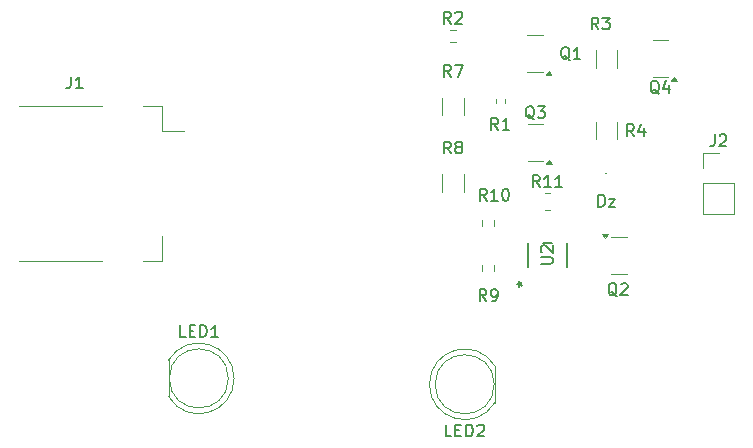
<source format=gbr>
%TF.GenerationSoftware,KiCad,Pcbnew,9.0.3*%
%TF.CreationDate,2025-07-28T01:45:31+03:00*%
%TF.ProjectId,Charger USB,43686172-6765-4722-9055-53422e6b6963,rev?*%
%TF.SameCoordinates,Original*%
%TF.FileFunction,Legend,Top*%
%TF.FilePolarity,Positive*%
%FSLAX46Y46*%
G04 Gerber Fmt 4.6, Leading zero omitted, Abs format (unit mm)*
G04 Created by KiCad (PCBNEW 9.0.3) date 2025-07-28 01:45:31*
%MOMM*%
%LPD*%
G01*
G04 APERTURE LIST*
%ADD10C,0.150000*%
%ADD11C,0.120000*%
%ADD12C,0.100000*%
%ADD13C,0.152400*%
G04 APERTURE END LIST*
D10*
X131967261Y-84400057D02*
X131872023Y-84352438D01*
X131872023Y-84352438D02*
X131776785Y-84257200D01*
X131776785Y-84257200D02*
X131633928Y-84114342D01*
X131633928Y-84114342D02*
X131538690Y-84066723D01*
X131538690Y-84066723D02*
X131443452Y-84066723D01*
X131491071Y-84304819D02*
X131395833Y-84257200D01*
X131395833Y-84257200D02*
X131300595Y-84161961D01*
X131300595Y-84161961D02*
X131252976Y-83971485D01*
X131252976Y-83971485D02*
X131252976Y-83638152D01*
X131252976Y-83638152D02*
X131300595Y-83447676D01*
X131300595Y-83447676D02*
X131395833Y-83352438D01*
X131395833Y-83352438D02*
X131491071Y-83304819D01*
X131491071Y-83304819D02*
X131681547Y-83304819D01*
X131681547Y-83304819D02*
X131776785Y-83352438D01*
X131776785Y-83352438D02*
X131872023Y-83447676D01*
X131872023Y-83447676D02*
X131919642Y-83638152D01*
X131919642Y-83638152D02*
X131919642Y-83971485D01*
X131919642Y-83971485D02*
X131872023Y-84161961D01*
X131872023Y-84161961D02*
X131776785Y-84257200D01*
X131776785Y-84257200D02*
X131681547Y-84304819D01*
X131681547Y-84304819D02*
X131491071Y-84304819D01*
X132776785Y-83638152D02*
X132776785Y-84304819D01*
X132538690Y-83257200D02*
X132300595Y-83971485D01*
X132300595Y-83971485D02*
X132919642Y-83971485D01*
X117333333Y-101954819D02*
X117000000Y-101478628D01*
X116761905Y-101954819D02*
X116761905Y-100954819D01*
X116761905Y-100954819D02*
X117142857Y-100954819D01*
X117142857Y-100954819D02*
X117238095Y-101002438D01*
X117238095Y-101002438D02*
X117285714Y-101050057D01*
X117285714Y-101050057D02*
X117333333Y-101145295D01*
X117333333Y-101145295D02*
X117333333Y-101288152D01*
X117333333Y-101288152D02*
X117285714Y-101383390D01*
X117285714Y-101383390D02*
X117238095Y-101431009D01*
X117238095Y-101431009D02*
X117142857Y-101478628D01*
X117142857Y-101478628D02*
X116761905Y-101478628D01*
X117809524Y-101954819D02*
X118000000Y-101954819D01*
X118000000Y-101954819D02*
X118095238Y-101907200D01*
X118095238Y-101907200D02*
X118142857Y-101859580D01*
X118142857Y-101859580D02*
X118238095Y-101716723D01*
X118238095Y-101716723D02*
X118285714Y-101526247D01*
X118285714Y-101526247D02*
X118285714Y-101145295D01*
X118285714Y-101145295D02*
X118238095Y-101050057D01*
X118238095Y-101050057D02*
X118190476Y-101002438D01*
X118190476Y-101002438D02*
X118095238Y-100954819D01*
X118095238Y-100954819D02*
X117904762Y-100954819D01*
X117904762Y-100954819D02*
X117809524Y-101002438D01*
X117809524Y-101002438D02*
X117761905Y-101050057D01*
X117761905Y-101050057D02*
X117714286Y-101145295D01*
X117714286Y-101145295D02*
X117714286Y-101383390D01*
X117714286Y-101383390D02*
X117761905Y-101478628D01*
X117761905Y-101478628D02*
X117809524Y-101526247D01*
X117809524Y-101526247D02*
X117904762Y-101573866D01*
X117904762Y-101573866D02*
X118095238Y-101573866D01*
X118095238Y-101573866D02*
X118190476Y-101526247D01*
X118190476Y-101526247D02*
X118238095Y-101478628D01*
X118238095Y-101478628D02*
X118285714Y-101383390D01*
X114333333Y-82954819D02*
X114000000Y-82478628D01*
X113761905Y-82954819D02*
X113761905Y-81954819D01*
X113761905Y-81954819D02*
X114142857Y-81954819D01*
X114142857Y-81954819D02*
X114238095Y-82002438D01*
X114238095Y-82002438D02*
X114285714Y-82050057D01*
X114285714Y-82050057D02*
X114333333Y-82145295D01*
X114333333Y-82145295D02*
X114333333Y-82288152D01*
X114333333Y-82288152D02*
X114285714Y-82383390D01*
X114285714Y-82383390D02*
X114238095Y-82431009D01*
X114238095Y-82431009D02*
X114142857Y-82478628D01*
X114142857Y-82478628D02*
X113761905Y-82478628D01*
X114666667Y-81954819D02*
X115333333Y-81954819D01*
X115333333Y-81954819D02*
X114904762Y-82954819D01*
X121857142Y-92304819D02*
X121523809Y-91828628D01*
X121285714Y-92304819D02*
X121285714Y-91304819D01*
X121285714Y-91304819D02*
X121666666Y-91304819D01*
X121666666Y-91304819D02*
X121761904Y-91352438D01*
X121761904Y-91352438D02*
X121809523Y-91400057D01*
X121809523Y-91400057D02*
X121857142Y-91495295D01*
X121857142Y-91495295D02*
X121857142Y-91638152D01*
X121857142Y-91638152D02*
X121809523Y-91733390D01*
X121809523Y-91733390D02*
X121761904Y-91781009D01*
X121761904Y-91781009D02*
X121666666Y-91828628D01*
X121666666Y-91828628D02*
X121285714Y-91828628D01*
X122809523Y-92304819D02*
X122238095Y-92304819D01*
X122523809Y-92304819D02*
X122523809Y-91304819D01*
X122523809Y-91304819D02*
X122428571Y-91447676D01*
X122428571Y-91447676D02*
X122333333Y-91542914D01*
X122333333Y-91542914D02*
X122238095Y-91590533D01*
X123761904Y-92304819D02*
X123190476Y-92304819D01*
X123476190Y-92304819D02*
X123476190Y-91304819D01*
X123476190Y-91304819D02*
X123380952Y-91447676D01*
X123380952Y-91447676D02*
X123285714Y-91542914D01*
X123285714Y-91542914D02*
X123190476Y-91590533D01*
X114333333Y-89454819D02*
X114000000Y-88978628D01*
X113761905Y-89454819D02*
X113761905Y-88454819D01*
X113761905Y-88454819D02*
X114142857Y-88454819D01*
X114142857Y-88454819D02*
X114238095Y-88502438D01*
X114238095Y-88502438D02*
X114285714Y-88550057D01*
X114285714Y-88550057D02*
X114333333Y-88645295D01*
X114333333Y-88645295D02*
X114333333Y-88788152D01*
X114333333Y-88788152D02*
X114285714Y-88883390D01*
X114285714Y-88883390D02*
X114238095Y-88931009D01*
X114238095Y-88931009D02*
X114142857Y-88978628D01*
X114142857Y-88978628D02*
X113761905Y-88978628D01*
X114904762Y-88883390D02*
X114809524Y-88835771D01*
X114809524Y-88835771D02*
X114761905Y-88788152D01*
X114761905Y-88788152D02*
X114714286Y-88692914D01*
X114714286Y-88692914D02*
X114714286Y-88645295D01*
X114714286Y-88645295D02*
X114761905Y-88550057D01*
X114761905Y-88550057D02*
X114809524Y-88502438D01*
X114809524Y-88502438D02*
X114904762Y-88454819D01*
X114904762Y-88454819D02*
X115095238Y-88454819D01*
X115095238Y-88454819D02*
X115190476Y-88502438D01*
X115190476Y-88502438D02*
X115238095Y-88550057D01*
X115238095Y-88550057D02*
X115285714Y-88645295D01*
X115285714Y-88645295D02*
X115285714Y-88692914D01*
X115285714Y-88692914D02*
X115238095Y-88788152D01*
X115238095Y-88788152D02*
X115190476Y-88835771D01*
X115190476Y-88835771D02*
X115095238Y-88883390D01*
X115095238Y-88883390D02*
X114904762Y-88883390D01*
X114904762Y-88883390D02*
X114809524Y-88931009D01*
X114809524Y-88931009D02*
X114761905Y-88978628D01*
X114761905Y-88978628D02*
X114714286Y-89073866D01*
X114714286Y-89073866D02*
X114714286Y-89264342D01*
X114714286Y-89264342D02*
X114761905Y-89359580D01*
X114761905Y-89359580D02*
X114809524Y-89407200D01*
X114809524Y-89407200D02*
X114904762Y-89454819D01*
X114904762Y-89454819D02*
X115095238Y-89454819D01*
X115095238Y-89454819D02*
X115190476Y-89407200D01*
X115190476Y-89407200D02*
X115238095Y-89359580D01*
X115238095Y-89359580D02*
X115285714Y-89264342D01*
X115285714Y-89264342D02*
X115285714Y-89073866D01*
X115285714Y-89073866D02*
X115238095Y-88978628D01*
X115238095Y-88978628D02*
X115190476Y-88931009D01*
X115190476Y-88931009D02*
X115095238Y-88883390D01*
X136666666Y-87849819D02*
X136666666Y-88564104D01*
X136666666Y-88564104D02*
X136619047Y-88706961D01*
X136619047Y-88706961D02*
X136523809Y-88802200D01*
X136523809Y-88802200D02*
X136380952Y-88849819D01*
X136380952Y-88849819D02*
X136285714Y-88849819D01*
X137095238Y-87945057D02*
X137142857Y-87897438D01*
X137142857Y-87897438D02*
X137238095Y-87849819D01*
X137238095Y-87849819D02*
X137476190Y-87849819D01*
X137476190Y-87849819D02*
X137571428Y-87897438D01*
X137571428Y-87897438D02*
X137619047Y-87945057D01*
X137619047Y-87945057D02*
X137666666Y-88040295D01*
X137666666Y-88040295D02*
X137666666Y-88135533D01*
X137666666Y-88135533D02*
X137619047Y-88278390D01*
X137619047Y-88278390D02*
X137047619Y-88849819D01*
X137047619Y-88849819D02*
X137666666Y-88849819D01*
X129833333Y-87992319D02*
X129500000Y-87516128D01*
X129261905Y-87992319D02*
X129261905Y-86992319D01*
X129261905Y-86992319D02*
X129642857Y-86992319D01*
X129642857Y-86992319D02*
X129738095Y-87039938D01*
X129738095Y-87039938D02*
X129785714Y-87087557D01*
X129785714Y-87087557D02*
X129833333Y-87182795D01*
X129833333Y-87182795D02*
X129833333Y-87325652D01*
X129833333Y-87325652D02*
X129785714Y-87420890D01*
X129785714Y-87420890D02*
X129738095Y-87468509D01*
X129738095Y-87468509D02*
X129642857Y-87516128D01*
X129642857Y-87516128D02*
X129261905Y-87516128D01*
X130690476Y-87325652D02*
X130690476Y-87992319D01*
X130452381Y-86944700D02*
X130214286Y-87658985D01*
X130214286Y-87658985D02*
X130833333Y-87658985D01*
X118333333Y-87454819D02*
X118000000Y-86978628D01*
X117761905Y-87454819D02*
X117761905Y-86454819D01*
X117761905Y-86454819D02*
X118142857Y-86454819D01*
X118142857Y-86454819D02*
X118238095Y-86502438D01*
X118238095Y-86502438D02*
X118285714Y-86550057D01*
X118285714Y-86550057D02*
X118333333Y-86645295D01*
X118333333Y-86645295D02*
X118333333Y-86788152D01*
X118333333Y-86788152D02*
X118285714Y-86883390D01*
X118285714Y-86883390D02*
X118238095Y-86931009D01*
X118238095Y-86931009D02*
X118142857Y-86978628D01*
X118142857Y-86978628D02*
X117761905Y-86978628D01*
X119285714Y-87454819D02*
X118714286Y-87454819D01*
X119000000Y-87454819D02*
X119000000Y-86454819D01*
X119000000Y-86454819D02*
X118904762Y-86597676D01*
X118904762Y-86597676D02*
X118809524Y-86692914D01*
X118809524Y-86692914D02*
X118714286Y-86740533D01*
X114385952Y-113414819D02*
X113909762Y-113414819D01*
X113909762Y-113414819D02*
X113909762Y-112414819D01*
X114719286Y-112891009D02*
X115052619Y-112891009D01*
X115195476Y-113414819D02*
X114719286Y-113414819D01*
X114719286Y-113414819D02*
X114719286Y-112414819D01*
X114719286Y-112414819D02*
X115195476Y-112414819D01*
X115624048Y-113414819D02*
X115624048Y-112414819D01*
X115624048Y-112414819D02*
X115862143Y-112414819D01*
X115862143Y-112414819D02*
X116005000Y-112462438D01*
X116005000Y-112462438D02*
X116100238Y-112557676D01*
X116100238Y-112557676D02*
X116147857Y-112652914D01*
X116147857Y-112652914D02*
X116195476Y-112843390D01*
X116195476Y-112843390D02*
X116195476Y-112986247D01*
X116195476Y-112986247D02*
X116147857Y-113176723D01*
X116147857Y-113176723D02*
X116100238Y-113271961D01*
X116100238Y-113271961D02*
X116005000Y-113367200D01*
X116005000Y-113367200D02*
X115862143Y-113414819D01*
X115862143Y-113414819D02*
X115624048Y-113414819D01*
X116576429Y-112510057D02*
X116624048Y-112462438D01*
X116624048Y-112462438D02*
X116719286Y-112414819D01*
X116719286Y-112414819D02*
X116957381Y-112414819D01*
X116957381Y-112414819D02*
X117052619Y-112462438D01*
X117052619Y-112462438D02*
X117100238Y-112510057D01*
X117100238Y-112510057D02*
X117147857Y-112605295D01*
X117147857Y-112605295D02*
X117147857Y-112700533D01*
X117147857Y-112700533D02*
X117100238Y-112843390D01*
X117100238Y-112843390D02*
X116528810Y-113414819D01*
X116528810Y-113414819D02*
X117147857Y-113414819D01*
X126833333Y-93954819D02*
X126833333Y-92954819D01*
X126833333Y-92954819D02*
X127071428Y-92954819D01*
X127071428Y-92954819D02*
X127214285Y-93002438D01*
X127214285Y-93002438D02*
X127309523Y-93097676D01*
X127309523Y-93097676D02*
X127357142Y-93192914D01*
X127357142Y-93192914D02*
X127404761Y-93383390D01*
X127404761Y-93383390D02*
X127404761Y-93526247D01*
X127404761Y-93526247D02*
X127357142Y-93716723D01*
X127357142Y-93716723D02*
X127309523Y-93811961D01*
X127309523Y-93811961D02*
X127214285Y-93907200D01*
X127214285Y-93907200D02*
X127071428Y-93954819D01*
X127071428Y-93954819D02*
X126833333Y-93954819D01*
X127738095Y-93288152D02*
X128261904Y-93288152D01*
X128261904Y-93288152D02*
X127738095Y-93954819D01*
X127738095Y-93954819D02*
X128261904Y-93954819D01*
X128404761Y-101550057D02*
X128309523Y-101502438D01*
X128309523Y-101502438D02*
X128214285Y-101407200D01*
X128214285Y-101407200D02*
X128071428Y-101264342D01*
X128071428Y-101264342D02*
X127976190Y-101216723D01*
X127976190Y-101216723D02*
X127880952Y-101216723D01*
X127928571Y-101454819D02*
X127833333Y-101407200D01*
X127833333Y-101407200D02*
X127738095Y-101311961D01*
X127738095Y-101311961D02*
X127690476Y-101121485D01*
X127690476Y-101121485D02*
X127690476Y-100788152D01*
X127690476Y-100788152D02*
X127738095Y-100597676D01*
X127738095Y-100597676D02*
X127833333Y-100502438D01*
X127833333Y-100502438D02*
X127928571Y-100454819D01*
X127928571Y-100454819D02*
X128119047Y-100454819D01*
X128119047Y-100454819D02*
X128214285Y-100502438D01*
X128214285Y-100502438D02*
X128309523Y-100597676D01*
X128309523Y-100597676D02*
X128357142Y-100788152D01*
X128357142Y-100788152D02*
X128357142Y-101121485D01*
X128357142Y-101121485D02*
X128309523Y-101311961D01*
X128309523Y-101311961D02*
X128214285Y-101407200D01*
X128214285Y-101407200D02*
X128119047Y-101454819D01*
X128119047Y-101454819D02*
X127928571Y-101454819D01*
X128738095Y-100550057D02*
X128785714Y-100502438D01*
X128785714Y-100502438D02*
X128880952Y-100454819D01*
X128880952Y-100454819D02*
X129119047Y-100454819D01*
X129119047Y-100454819D02*
X129214285Y-100502438D01*
X129214285Y-100502438D02*
X129261904Y-100550057D01*
X129261904Y-100550057D02*
X129309523Y-100645295D01*
X129309523Y-100645295D02*
X129309523Y-100740533D01*
X129309523Y-100740533D02*
X129261904Y-100883390D01*
X129261904Y-100883390D02*
X128690476Y-101454819D01*
X128690476Y-101454819D02*
X129309523Y-101454819D01*
X126833333Y-78954819D02*
X126500000Y-78478628D01*
X126261905Y-78954819D02*
X126261905Y-77954819D01*
X126261905Y-77954819D02*
X126642857Y-77954819D01*
X126642857Y-77954819D02*
X126738095Y-78002438D01*
X126738095Y-78002438D02*
X126785714Y-78050057D01*
X126785714Y-78050057D02*
X126833333Y-78145295D01*
X126833333Y-78145295D02*
X126833333Y-78288152D01*
X126833333Y-78288152D02*
X126785714Y-78383390D01*
X126785714Y-78383390D02*
X126738095Y-78431009D01*
X126738095Y-78431009D02*
X126642857Y-78478628D01*
X126642857Y-78478628D02*
X126261905Y-78478628D01*
X127166667Y-77954819D02*
X127785714Y-77954819D01*
X127785714Y-77954819D02*
X127452381Y-78335771D01*
X127452381Y-78335771D02*
X127595238Y-78335771D01*
X127595238Y-78335771D02*
X127690476Y-78383390D01*
X127690476Y-78383390D02*
X127738095Y-78431009D01*
X127738095Y-78431009D02*
X127785714Y-78526247D01*
X127785714Y-78526247D02*
X127785714Y-78764342D01*
X127785714Y-78764342D02*
X127738095Y-78859580D01*
X127738095Y-78859580D02*
X127690476Y-78907200D01*
X127690476Y-78907200D02*
X127595238Y-78954819D01*
X127595238Y-78954819D02*
X127309524Y-78954819D01*
X127309524Y-78954819D02*
X127214286Y-78907200D01*
X127214286Y-78907200D02*
X127166667Y-78859580D01*
X117357142Y-93454819D02*
X117023809Y-92978628D01*
X116785714Y-93454819D02*
X116785714Y-92454819D01*
X116785714Y-92454819D02*
X117166666Y-92454819D01*
X117166666Y-92454819D02*
X117261904Y-92502438D01*
X117261904Y-92502438D02*
X117309523Y-92550057D01*
X117309523Y-92550057D02*
X117357142Y-92645295D01*
X117357142Y-92645295D02*
X117357142Y-92788152D01*
X117357142Y-92788152D02*
X117309523Y-92883390D01*
X117309523Y-92883390D02*
X117261904Y-92931009D01*
X117261904Y-92931009D02*
X117166666Y-92978628D01*
X117166666Y-92978628D02*
X116785714Y-92978628D01*
X118309523Y-93454819D02*
X117738095Y-93454819D01*
X118023809Y-93454819D02*
X118023809Y-92454819D01*
X118023809Y-92454819D02*
X117928571Y-92597676D01*
X117928571Y-92597676D02*
X117833333Y-92692914D01*
X117833333Y-92692914D02*
X117738095Y-92740533D01*
X118928571Y-92454819D02*
X119023809Y-92454819D01*
X119023809Y-92454819D02*
X119119047Y-92502438D01*
X119119047Y-92502438D02*
X119166666Y-92550057D01*
X119166666Y-92550057D02*
X119214285Y-92645295D01*
X119214285Y-92645295D02*
X119261904Y-92835771D01*
X119261904Y-92835771D02*
X119261904Y-93073866D01*
X119261904Y-93073866D02*
X119214285Y-93264342D01*
X119214285Y-93264342D02*
X119166666Y-93359580D01*
X119166666Y-93359580D02*
X119119047Y-93407200D01*
X119119047Y-93407200D02*
X119023809Y-93454819D01*
X119023809Y-93454819D02*
X118928571Y-93454819D01*
X118928571Y-93454819D02*
X118833333Y-93407200D01*
X118833333Y-93407200D02*
X118785714Y-93359580D01*
X118785714Y-93359580D02*
X118738095Y-93264342D01*
X118738095Y-93264342D02*
X118690476Y-93073866D01*
X118690476Y-93073866D02*
X118690476Y-92835771D01*
X118690476Y-92835771D02*
X118738095Y-92645295D01*
X118738095Y-92645295D02*
X118785714Y-92550057D01*
X118785714Y-92550057D02*
X118833333Y-92502438D01*
X118833333Y-92502438D02*
X118928571Y-92454819D01*
X114333333Y-78454819D02*
X114000000Y-77978628D01*
X113761905Y-78454819D02*
X113761905Y-77454819D01*
X113761905Y-77454819D02*
X114142857Y-77454819D01*
X114142857Y-77454819D02*
X114238095Y-77502438D01*
X114238095Y-77502438D02*
X114285714Y-77550057D01*
X114285714Y-77550057D02*
X114333333Y-77645295D01*
X114333333Y-77645295D02*
X114333333Y-77788152D01*
X114333333Y-77788152D02*
X114285714Y-77883390D01*
X114285714Y-77883390D02*
X114238095Y-77931009D01*
X114238095Y-77931009D02*
X114142857Y-77978628D01*
X114142857Y-77978628D02*
X113761905Y-77978628D01*
X114714286Y-77550057D02*
X114761905Y-77502438D01*
X114761905Y-77502438D02*
X114857143Y-77454819D01*
X114857143Y-77454819D02*
X115095238Y-77454819D01*
X115095238Y-77454819D02*
X115190476Y-77502438D01*
X115190476Y-77502438D02*
X115238095Y-77550057D01*
X115238095Y-77550057D02*
X115285714Y-77645295D01*
X115285714Y-77645295D02*
X115285714Y-77740533D01*
X115285714Y-77740533D02*
X115238095Y-77883390D01*
X115238095Y-77883390D02*
X114666667Y-78454819D01*
X114666667Y-78454819D02*
X115285714Y-78454819D01*
X124404761Y-81550057D02*
X124309523Y-81502438D01*
X124309523Y-81502438D02*
X124214285Y-81407200D01*
X124214285Y-81407200D02*
X124071428Y-81264342D01*
X124071428Y-81264342D02*
X123976190Y-81216723D01*
X123976190Y-81216723D02*
X123880952Y-81216723D01*
X123928571Y-81454819D02*
X123833333Y-81407200D01*
X123833333Y-81407200D02*
X123738095Y-81311961D01*
X123738095Y-81311961D02*
X123690476Y-81121485D01*
X123690476Y-81121485D02*
X123690476Y-80788152D01*
X123690476Y-80788152D02*
X123738095Y-80597676D01*
X123738095Y-80597676D02*
X123833333Y-80502438D01*
X123833333Y-80502438D02*
X123928571Y-80454819D01*
X123928571Y-80454819D02*
X124119047Y-80454819D01*
X124119047Y-80454819D02*
X124214285Y-80502438D01*
X124214285Y-80502438D02*
X124309523Y-80597676D01*
X124309523Y-80597676D02*
X124357142Y-80788152D01*
X124357142Y-80788152D02*
X124357142Y-81121485D01*
X124357142Y-81121485D02*
X124309523Y-81311961D01*
X124309523Y-81311961D02*
X124214285Y-81407200D01*
X124214285Y-81407200D02*
X124119047Y-81454819D01*
X124119047Y-81454819D02*
X123928571Y-81454819D01*
X125309523Y-81454819D02*
X124738095Y-81454819D01*
X125023809Y-81454819D02*
X125023809Y-80454819D01*
X125023809Y-80454819D02*
X124928571Y-80597676D01*
X124928571Y-80597676D02*
X124833333Y-80692914D01*
X124833333Y-80692914D02*
X124738095Y-80740533D01*
X121954819Y-98811903D02*
X122764342Y-98811903D01*
X122764342Y-98811903D02*
X122859580Y-98764284D01*
X122859580Y-98764284D02*
X122907200Y-98716665D01*
X122907200Y-98716665D02*
X122954819Y-98621427D01*
X122954819Y-98621427D02*
X122954819Y-98430951D01*
X122954819Y-98430951D02*
X122907200Y-98335713D01*
X122907200Y-98335713D02*
X122859580Y-98288094D01*
X122859580Y-98288094D02*
X122764342Y-98240475D01*
X122764342Y-98240475D02*
X121954819Y-98240475D01*
X122050057Y-97811903D02*
X122002438Y-97764284D01*
X122002438Y-97764284D02*
X121954819Y-97669046D01*
X121954819Y-97669046D02*
X121954819Y-97430951D01*
X121954819Y-97430951D02*
X122002438Y-97335713D01*
X122002438Y-97335713D02*
X122050057Y-97288094D01*
X122050057Y-97288094D02*
X122145295Y-97240475D01*
X122145295Y-97240475D02*
X122240533Y-97240475D01*
X122240533Y-97240475D02*
X122383390Y-97288094D01*
X122383390Y-97288094D02*
X122954819Y-97859522D01*
X122954819Y-97859522D02*
X122954819Y-97240475D01*
X119954819Y-100499999D02*
X120192914Y-100499999D01*
X120097676Y-100738094D02*
X120192914Y-100499999D01*
X120192914Y-100499999D02*
X120097676Y-100261904D01*
X120383390Y-100642856D02*
X120192914Y-100499999D01*
X120192914Y-100499999D02*
X120383390Y-100357142D01*
X82166666Y-82954819D02*
X82166666Y-83669104D01*
X82166666Y-83669104D02*
X82119047Y-83811961D01*
X82119047Y-83811961D02*
X82023809Y-83907200D01*
X82023809Y-83907200D02*
X81880952Y-83954819D01*
X81880952Y-83954819D02*
X81785714Y-83954819D01*
X83166666Y-83954819D02*
X82595238Y-83954819D01*
X82880952Y-83954819D02*
X82880952Y-82954819D01*
X82880952Y-82954819D02*
X82785714Y-83097676D01*
X82785714Y-83097676D02*
X82690476Y-83192914D01*
X82690476Y-83192914D02*
X82595238Y-83240533D01*
X91875952Y-104994819D02*
X91399762Y-104994819D01*
X91399762Y-104994819D02*
X91399762Y-103994819D01*
X92209286Y-104471009D02*
X92542619Y-104471009D01*
X92685476Y-104994819D02*
X92209286Y-104994819D01*
X92209286Y-104994819D02*
X92209286Y-103994819D01*
X92209286Y-103994819D02*
X92685476Y-103994819D01*
X93114048Y-104994819D02*
X93114048Y-103994819D01*
X93114048Y-103994819D02*
X93352143Y-103994819D01*
X93352143Y-103994819D02*
X93495000Y-104042438D01*
X93495000Y-104042438D02*
X93590238Y-104137676D01*
X93590238Y-104137676D02*
X93637857Y-104232914D01*
X93637857Y-104232914D02*
X93685476Y-104423390D01*
X93685476Y-104423390D02*
X93685476Y-104566247D01*
X93685476Y-104566247D02*
X93637857Y-104756723D01*
X93637857Y-104756723D02*
X93590238Y-104851961D01*
X93590238Y-104851961D02*
X93495000Y-104947200D01*
X93495000Y-104947200D02*
X93352143Y-104994819D01*
X93352143Y-104994819D02*
X93114048Y-104994819D01*
X94637857Y-104994819D02*
X94066429Y-104994819D01*
X94352143Y-104994819D02*
X94352143Y-103994819D01*
X94352143Y-103994819D02*
X94256905Y-104137676D01*
X94256905Y-104137676D02*
X94161667Y-104232914D01*
X94161667Y-104232914D02*
X94066429Y-104280533D01*
X121404761Y-86550057D02*
X121309523Y-86502438D01*
X121309523Y-86502438D02*
X121214285Y-86407200D01*
X121214285Y-86407200D02*
X121071428Y-86264342D01*
X121071428Y-86264342D02*
X120976190Y-86216723D01*
X120976190Y-86216723D02*
X120880952Y-86216723D01*
X120928571Y-86454819D02*
X120833333Y-86407200D01*
X120833333Y-86407200D02*
X120738095Y-86311961D01*
X120738095Y-86311961D02*
X120690476Y-86121485D01*
X120690476Y-86121485D02*
X120690476Y-85788152D01*
X120690476Y-85788152D02*
X120738095Y-85597676D01*
X120738095Y-85597676D02*
X120833333Y-85502438D01*
X120833333Y-85502438D02*
X120928571Y-85454819D01*
X120928571Y-85454819D02*
X121119047Y-85454819D01*
X121119047Y-85454819D02*
X121214285Y-85502438D01*
X121214285Y-85502438D02*
X121309523Y-85597676D01*
X121309523Y-85597676D02*
X121357142Y-85788152D01*
X121357142Y-85788152D02*
X121357142Y-86121485D01*
X121357142Y-86121485D02*
X121309523Y-86311961D01*
X121309523Y-86311961D02*
X121214285Y-86407200D01*
X121214285Y-86407200D02*
X121119047Y-86454819D01*
X121119047Y-86454819D02*
X120928571Y-86454819D01*
X121690476Y-85454819D02*
X122309523Y-85454819D01*
X122309523Y-85454819D02*
X121976190Y-85835771D01*
X121976190Y-85835771D02*
X122119047Y-85835771D01*
X122119047Y-85835771D02*
X122214285Y-85883390D01*
X122214285Y-85883390D02*
X122261904Y-85931009D01*
X122261904Y-85931009D02*
X122309523Y-86026247D01*
X122309523Y-86026247D02*
X122309523Y-86264342D01*
X122309523Y-86264342D02*
X122261904Y-86359580D01*
X122261904Y-86359580D02*
X122214285Y-86407200D01*
X122214285Y-86407200D02*
X122119047Y-86454819D01*
X122119047Y-86454819D02*
X121833333Y-86454819D01*
X121833333Y-86454819D02*
X121738095Y-86407200D01*
X121738095Y-86407200D02*
X121690476Y-86359580D01*
D11*
%TO.C,Q4*%
X132062500Y-79890000D02*
X131412500Y-79890000D01*
X132062500Y-79890000D02*
X132712500Y-79890000D01*
X132062500Y-83010000D02*
X131412500Y-83010000D01*
X132062500Y-83010000D02*
X132712500Y-83010000D01*
X133465000Y-83290000D02*
X132985000Y-83290000D01*
X133225000Y-82960000D01*
X133465000Y-83290000D01*
G36*
X133465000Y-83290000D02*
G01*
X132985000Y-83290000D01*
X133225000Y-82960000D01*
X133465000Y-83290000D01*
G37*
%TO.C,R9*%
X116977500Y-98937742D02*
X116977500Y-99412258D01*
X118022500Y-98937742D02*
X118022500Y-99412258D01*
%TO.C,R7*%
X113590000Y-84772936D02*
X113590000Y-86227064D01*
X115410000Y-84772936D02*
X115410000Y-86227064D01*
%TO.C,R11*%
X122272936Y-92765000D02*
X122727064Y-92765000D01*
X122272936Y-94235000D02*
X122727064Y-94235000D01*
%TO.C,R8*%
X113590000Y-91235436D02*
X113590000Y-92689564D01*
X115410000Y-91235436D02*
X115410000Y-92689564D01*
%TO.C,J2*%
X135670000Y-89395000D02*
X137000000Y-89395000D01*
X135670000Y-90725000D02*
X135670000Y-89395000D01*
X135670000Y-91995000D02*
X135670000Y-94595000D01*
X135670000Y-91995000D02*
X138330000Y-91995000D01*
X135670000Y-94595000D02*
X138330000Y-94595000D01*
X138330000Y-91995000D02*
X138330000Y-94595000D01*
%TO.C,R4*%
X126590000Y-86810436D02*
X126590000Y-88264564D01*
X128410000Y-86810436D02*
X128410000Y-88264564D01*
%TO.C,R1*%
X118120000Y-84846359D02*
X118120000Y-85153641D01*
X118880000Y-84846359D02*
X118880000Y-85153641D01*
%TO.C,LED2*%
X118065000Y-110545000D02*
X118065000Y-107455000D01*
X112515000Y-109000462D02*
G75*
G02*
X118065000Y-107455170I2990000J462D01*
G01*
X118065000Y-110544830D02*
G75*
G02*
X112515000Y-108999538I-2560000J1544830D01*
G01*
X118005000Y-109000000D02*
G75*
G02*
X113005000Y-109000000I-2500000J0D01*
G01*
X113005000Y-109000000D02*
G75*
G02*
X118005000Y-109000000I2500000J0D01*
G01*
D12*
%TO.C,Dz*%
X127550000Y-91140000D02*
G75*
G02*
X127450000Y-91140000I-50000J0D01*
G01*
X127450000Y-91140000D02*
G75*
G02*
X127550000Y-91140000I50000J0D01*
G01*
D11*
%TO.C,Q2*%
X128562500Y-96539998D02*
X127912500Y-96539998D01*
X128562500Y-96539998D02*
X129212500Y-96539998D01*
X128562500Y-99659998D02*
X127912500Y-99659998D01*
X128562500Y-99659998D02*
X129212500Y-99659998D01*
X127400000Y-96589998D02*
X127160000Y-96259998D01*
X127640000Y-96259998D01*
X127400000Y-96589998D01*
G36*
X127400000Y-96589998D02*
G01*
X127160000Y-96259998D01*
X127640000Y-96259998D01*
X127400000Y-96589998D01*
G37*
%TO.C,R3*%
X126590000Y-80735436D02*
X126590000Y-82189564D01*
X128410000Y-80735436D02*
X128410000Y-82189564D01*
%TO.C,R10*%
X116977500Y-95562258D02*
X116977500Y-95087742D01*
X118022500Y-95562258D02*
X118022500Y-95087742D01*
%TO.C,R2*%
X114737258Y-78977500D02*
X114262742Y-78977500D01*
X114737258Y-80022500D02*
X114262742Y-80022500D01*
%TO.C,Q1*%
X121450000Y-79440000D02*
X120800000Y-79440000D01*
X121450000Y-79440000D02*
X122100000Y-79440000D01*
X121450000Y-82560000D02*
X120800000Y-82560000D01*
X121450000Y-82560000D02*
X122100000Y-82560000D01*
X122852500Y-82840000D02*
X122372500Y-82840000D01*
X122612500Y-82510000D01*
X122852500Y-82840000D01*
G36*
X122852500Y-82840000D02*
G01*
X122372500Y-82840000D01*
X122612500Y-82510000D01*
X122852500Y-82840000D01*
G37*
D13*
%TO.C,U2*%
X120849000Y-97046699D02*
X120849000Y-99053299D01*
X122863261Y-97046699D02*
X122136739Y-97046699D01*
X124151000Y-99053299D02*
X124151000Y-97046699D01*
D11*
%TO.C,J1*%
X84830000Y-85420000D02*
X77740000Y-85420000D01*
X84830000Y-98580000D02*
X77740000Y-98580000D01*
X89900000Y-85420000D02*
X88250000Y-85420000D01*
X89900000Y-87590000D02*
X89900000Y-85420000D01*
X89900000Y-87590000D02*
X91740000Y-87590000D01*
X89900000Y-96410000D02*
X89900000Y-98580000D01*
X89900000Y-98580000D02*
X88250000Y-98580000D01*
%TO.C,LED1*%
X90435000Y-106955000D02*
X90435000Y-110045000D01*
X90435000Y-106955170D02*
G75*
G02*
X95985000Y-108500462I2560000J-1544830D01*
G01*
X95985000Y-108499538D02*
G75*
G02*
X90435000Y-110044830I-2990000J-462D01*
G01*
X95495000Y-108500000D02*
G75*
G02*
X90495000Y-108500000I-2500000J0D01*
G01*
X90495000Y-108500000D02*
G75*
G02*
X95495000Y-108500000I2500000J0D01*
G01*
%TO.C,Q3*%
X121500000Y-86940000D02*
X120850000Y-86940000D01*
X121500000Y-86940000D02*
X122150000Y-86940000D01*
X121500000Y-90060000D02*
X120850000Y-90060000D01*
X121500000Y-90060000D02*
X122150000Y-90060000D01*
X122902500Y-90340000D02*
X122422500Y-90340000D01*
X122662500Y-90010000D01*
X122902500Y-90340000D01*
G36*
X122902500Y-90340000D02*
G01*
X122422500Y-90340000D01*
X122662500Y-90010000D01*
X122902500Y-90340000D01*
G37*
%TD*%
M02*

</source>
